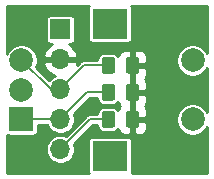
<source format=gtl>
G04 #@! TF.GenerationSoftware,KiCad,Pcbnew,(5.1.5)-3*
G04 #@! TF.CreationDate,2020-09-13T15:21:18-04:00*
G04 #@! TF.ProjectId,RotaryEnc,526f7461-7279-4456-9e63-2e6b69636164,X1*
G04 #@! TF.SameCoordinates,Original*
G04 #@! TF.FileFunction,Copper,L1,Top*
G04 #@! TF.FilePolarity,Positive*
%FSLAX46Y46*%
G04 Gerber Fmt 4.6, Leading zero omitted, Abs format (unit mm)*
G04 Created by KiCad (PCBNEW (5.1.5)-3) date 2020-09-13 15:21:18*
%MOMM*%
%LPD*%
G04 APERTURE LIST*
%ADD10R,1.700000X1.700000*%
%ADD11O,1.700000X1.700000*%
%ADD12C,0.150000*%
%ADD13C,2.000000*%
%ADD14R,3.000000X2.500000*%
%ADD15R,2.000000X2.000000*%
%ADD16C,0.203200*%
%ADD17C,0.254000*%
G04 APERTURE END LIST*
D10*
X19558000Y-16764000D03*
D11*
X19558000Y-19304000D03*
X19558000Y-21844000D03*
X19558000Y-24384000D03*
X19558000Y-26924000D03*
G04 #@! TA.AperFunction,SMDPad,CuDef*
D12*
G36*
X26012505Y-23685204D02*
G01*
X26036773Y-23688804D01*
X26060572Y-23694765D01*
X26083671Y-23703030D01*
X26105850Y-23713520D01*
X26126893Y-23726132D01*
X26146599Y-23740747D01*
X26164777Y-23757223D01*
X26181253Y-23775401D01*
X26195868Y-23795107D01*
X26208480Y-23816150D01*
X26218970Y-23838329D01*
X26227235Y-23861428D01*
X26233196Y-23885227D01*
X26236796Y-23909495D01*
X26238000Y-23933999D01*
X26238000Y-24834001D01*
X26236796Y-24858505D01*
X26233196Y-24882773D01*
X26227235Y-24906572D01*
X26218970Y-24929671D01*
X26208480Y-24951850D01*
X26195868Y-24972893D01*
X26181253Y-24992599D01*
X26164777Y-25010777D01*
X26146599Y-25027253D01*
X26126893Y-25041868D01*
X26105850Y-25054480D01*
X26083671Y-25064970D01*
X26060572Y-25073235D01*
X26036773Y-25079196D01*
X26012505Y-25082796D01*
X25988001Y-25084000D01*
X25337999Y-25084000D01*
X25313495Y-25082796D01*
X25289227Y-25079196D01*
X25265428Y-25073235D01*
X25242329Y-25064970D01*
X25220150Y-25054480D01*
X25199107Y-25041868D01*
X25179401Y-25027253D01*
X25161223Y-25010777D01*
X25144747Y-24992599D01*
X25130132Y-24972893D01*
X25117520Y-24951850D01*
X25107030Y-24929671D01*
X25098765Y-24906572D01*
X25092804Y-24882773D01*
X25089204Y-24858505D01*
X25088000Y-24834001D01*
X25088000Y-23933999D01*
X25089204Y-23909495D01*
X25092804Y-23885227D01*
X25098765Y-23861428D01*
X25107030Y-23838329D01*
X25117520Y-23816150D01*
X25130132Y-23795107D01*
X25144747Y-23775401D01*
X25161223Y-23757223D01*
X25179401Y-23740747D01*
X25199107Y-23726132D01*
X25220150Y-23713520D01*
X25242329Y-23703030D01*
X25265428Y-23694765D01*
X25289227Y-23688804D01*
X25313495Y-23685204D01*
X25337999Y-23684000D01*
X25988001Y-23684000D01*
X26012505Y-23685204D01*
G37*
G04 #@! TD.AperFunction*
G04 #@! TA.AperFunction,SMDPad,CuDef*
G36*
X23962505Y-23685204D02*
G01*
X23986773Y-23688804D01*
X24010572Y-23694765D01*
X24033671Y-23703030D01*
X24055850Y-23713520D01*
X24076893Y-23726132D01*
X24096599Y-23740747D01*
X24114777Y-23757223D01*
X24131253Y-23775401D01*
X24145868Y-23795107D01*
X24158480Y-23816150D01*
X24168970Y-23838329D01*
X24177235Y-23861428D01*
X24183196Y-23885227D01*
X24186796Y-23909495D01*
X24188000Y-23933999D01*
X24188000Y-24834001D01*
X24186796Y-24858505D01*
X24183196Y-24882773D01*
X24177235Y-24906572D01*
X24168970Y-24929671D01*
X24158480Y-24951850D01*
X24145868Y-24972893D01*
X24131253Y-24992599D01*
X24114777Y-25010777D01*
X24096599Y-25027253D01*
X24076893Y-25041868D01*
X24055850Y-25054480D01*
X24033671Y-25064970D01*
X24010572Y-25073235D01*
X23986773Y-25079196D01*
X23962505Y-25082796D01*
X23938001Y-25084000D01*
X23287999Y-25084000D01*
X23263495Y-25082796D01*
X23239227Y-25079196D01*
X23215428Y-25073235D01*
X23192329Y-25064970D01*
X23170150Y-25054480D01*
X23149107Y-25041868D01*
X23129401Y-25027253D01*
X23111223Y-25010777D01*
X23094747Y-24992599D01*
X23080132Y-24972893D01*
X23067520Y-24951850D01*
X23057030Y-24929671D01*
X23048765Y-24906572D01*
X23042804Y-24882773D01*
X23039204Y-24858505D01*
X23038000Y-24834001D01*
X23038000Y-23933999D01*
X23039204Y-23909495D01*
X23042804Y-23885227D01*
X23048765Y-23861428D01*
X23057030Y-23838329D01*
X23067520Y-23816150D01*
X23080132Y-23795107D01*
X23094747Y-23775401D01*
X23111223Y-23757223D01*
X23129401Y-23740747D01*
X23149107Y-23726132D01*
X23170150Y-23713520D01*
X23192329Y-23703030D01*
X23215428Y-23694765D01*
X23239227Y-23688804D01*
X23263495Y-23685204D01*
X23287999Y-23684000D01*
X23938001Y-23684000D01*
X23962505Y-23685204D01*
G37*
G04 #@! TD.AperFunction*
G04 #@! TA.AperFunction,SMDPad,CuDef*
G36*
X26012505Y-19113204D02*
G01*
X26036773Y-19116804D01*
X26060572Y-19122765D01*
X26083671Y-19131030D01*
X26105850Y-19141520D01*
X26126893Y-19154132D01*
X26146599Y-19168747D01*
X26164777Y-19185223D01*
X26181253Y-19203401D01*
X26195868Y-19223107D01*
X26208480Y-19244150D01*
X26218970Y-19266329D01*
X26227235Y-19289428D01*
X26233196Y-19313227D01*
X26236796Y-19337495D01*
X26238000Y-19361999D01*
X26238000Y-20262001D01*
X26236796Y-20286505D01*
X26233196Y-20310773D01*
X26227235Y-20334572D01*
X26218970Y-20357671D01*
X26208480Y-20379850D01*
X26195868Y-20400893D01*
X26181253Y-20420599D01*
X26164777Y-20438777D01*
X26146599Y-20455253D01*
X26126893Y-20469868D01*
X26105850Y-20482480D01*
X26083671Y-20492970D01*
X26060572Y-20501235D01*
X26036773Y-20507196D01*
X26012505Y-20510796D01*
X25988001Y-20512000D01*
X25337999Y-20512000D01*
X25313495Y-20510796D01*
X25289227Y-20507196D01*
X25265428Y-20501235D01*
X25242329Y-20492970D01*
X25220150Y-20482480D01*
X25199107Y-20469868D01*
X25179401Y-20455253D01*
X25161223Y-20438777D01*
X25144747Y-20420599D01*
X25130132Y-20400893D01*
X25117520Y-20379850D01*
X25107030Y-20357671D01*
X25098765Y-20334572D01*
X25092804Y-20310773D01*
X25089204Y-20286505D01*
X25088000Y-20262001D01*
X25088000Y-19361999D01*
X25089204Y-19337495D01*
X25092804Y-19313227D01*
X25098765Y-19289428D01*
X25107030Y-19266329D01*
X25117520Y-19244150D01*
X25130132Y-19223107D01*
X25144747Y-19203401D01*
X25161223Y-19185223D01*
X25179401Y-19168747D01*
X25199107Y-19154132D01*
X25220150Y-19141520D01*
X25242329Y-19131030D01*
X25265428Y-19122765D01*
X25289227Y-19116804D01*
X25313495Y-19113204D01*
X25337999Y-19112000D01*
X25988001Y-19112000D01*
X26012505Y-19113204D01*
G37*
G04 #@! TD.AperFunction*
G04 #@! TA.AperFunction,SMDPad,CuDef*
G36*
X23962505Y-19113204D02*
G01*
X23986773Y-19116804D01*
X24010572Y-19122765D01*
X24033671Y-19131030D01*
X24055850Y-19141520D01*
X24076893Y-19154132D01*
X24096599Y-19168747D01*
X24114777Y-19185223D01*
X24131253Y-19203401D01*
X24145868Y-19223107D01*
X24158480Y-19244150D01*
X24168970Y-19266329D01*
X24177235Y-19289428D01*
X24183196Y-19313227D01*
X24186796Y-19337495D01*
X24188000Y-19361999D01*
X24188000Y-20262001D01*
X24186796Y-20286505D01*
X24183196Y-20310773D01*
X24177235Y-20334572D01*
X24168970Y-20357671D01*
X24158480Y-20379850D01*
X24145868Y-20400893D01*
X24131253Y-20420599D01*
X24114777Y-20438777D01*
X24096599Y-20455253D01*
X24076893Y-20469868D01*
X24055850Y-20482480D01*
X24033671Y-20492970D01*
X24010572Y-20501235D01*
X23986773Y-20507196D01*
X23962505Y-20510796D01*
X23938001Y-20512000D01*
X23287999Y-20512000D01*
X23263495Y-20510796D01*
X23239227Y-20507196D01*
X23215428Y-20501235D01*
X23192329Y-20492970D01*
X23170150Y-20482480D01*
X23149107Y-20469868D01*
X23129401Y-20455253D01*
X23111223Y-20438777D01*
X23094747Y-20420599D01*
X23080132Y-20400893D01*
X23067520Y-20379850D01*
X23057030Y-20357671D01*
X23048765Y-20334572D01*
X23042804Y-20310773D01*
X23039204Y-20286505D01*
X23038000Y-20262001D01*
X23038000Y-19361999D01*
X23039204Y-19337495D01*
X23042804Y-19313227D01*
X23048765Y-19289428D01*
X23057030Y-19266329D01*
X23067520Y-19244150D01*
X23080132Y-19223107D01*
X23094747Y-19203401D01*
X23111223Y-19185223D01*
X23129401Y-19168747D01*
X23149107Y-19154132D01*
X23170150Y-19141520D01*
X23192329Y-19131030D01*
X23215428Y-19122765D01*
X23239227Y-19116804D01*
X23263495Y-19113204D01*
X23287999Y-19112000D01*
X23938001Y-19112000D01*
X23962505Y-19113204D01*
G37*
G04 #@! TD.AperFunction*
G04 #@! TA.AperFunction,SMDPad,CuDef*
G36*
X23962505Y-21399204D02*
G01*
X23986773Y-21402804D01*
X24010572Y-21408765D01*
X24033671Y-21417030D01*
X24055850Y-21427520D01*
X24076893Y-21440132D01*
X24096599Y-21454747D01*
X24114777Y-21471223D01*
X24131253Y-21489401D01*
X24145868Y-21509107D01*
X24158480Y-21530150D01*
X24168970Y-21552329D01*
X24177235Y-21575428D01*
X24183196Y-21599227D01*
X24186796Y-21623495D01*
X24188000Y-21647999D01*
X24188000Y-22548001D01*
X24186796Y-22572505D01*
X24183196Y-22596773D01*
X24177235Y-22620572D01*
X24168970Y-22643671D01*
X24158480Y-22665850D01*
X24145868Y-22686893D01*
X24131253Y-22706599D01*
X24114777Y-22724777D01*
X24096599Y-22741253D01*
X24076893Y-22755868D01*
X24055850Y-22768480D01*
X24033671Y-22778970D01*
X24010572Y-22787235D01*
X23986773Y-22793196D01*
X23962505Y-22796796D01*
X23938001Y-22798000D01*
X23287999Y-22798000D01*
X23263495Y-22796796D01*
X23239227Y-22793196D01*
X23215428Y-22787235D01*
X23192329Y-22778970D01*
X23170150Y-22768480D01*
X23149107Y-22755868D01*
X23129401Y-22741253D01*
X23111223Y-22724777D01*
X23094747Y-22706599D01*
X23080132Y-22686893D01*
X23067520Y-22665850D01*
X23057030Y-22643671D01*
X23048765Y-22620572D01*
X23042804Y-22596773D01*
X23039204Y-22572505D01*
X23038000Y-22548001D01*
X23038000Y-21647999D01*
X23039204Y-21623495D01*
X23042804Y-21599227D01*
X23048765Y-21575428D01*
X23057030Y-21552329D01*
X23067520Y-21530150D01*
X23080132Y-21509107D01*
X23094747Y-21489401D01*
X23111223Y-21471223D01*
X23129401Y-21454747D01*
X23149107Y-21440132D01*
X23170150Y-21427520D01*
X23192329Y-21417030D01*
X23215428Y-21408765D01*
X23239227Y-21402804D01*
X23263495Y-21399204D01*
X23287999Y-21398000D01*
X23938001Y-21398000D01*
X23962505Y-21399204D01*
G37*
G04 #@! TD.AperFunction*
G04 #@! TA.AperFunction,SMDPad,CuDef*
G36*
X26012505Y-21399204D02*
G01*
X26036773Y-21402804D01*
X26060572Y-21408765D01*
X26083671Y-21417030D01*
X26105850Y-21427520D01*
X26126893Y-21440132D01*
X26146599Y-21454747D01*
X26164777Y-21471223D01*
X26181253Y-21489401D01*
X26195868Y-21509107D01*
X26208480Y-21530150D01*
X26218970Y-21552329D01*
X26227235Y-21575428D01*
X26233196Y-21599227D01*
X26236796Y-21623495D01*
X26238000Y-21647999D01*
X26238000Y-22548001D01*
X26236796Y-22572505D01*
X26233196Y-22596773D01*
X26227235Y-22620572D01*
X26218970Y-22643671D01*
X26208480Y-22665850D01*
X26195868Y-22686893D01*
X26181253Y-22706599D01*
X26164777Y-22724777D01*
X26146599Y-22741253D01*
X26126893Y-22755868D01*
X26105850Y-22768480D01*
X26083671Y-22778970D01*
X26060572Y-22787235D01*
X26036773Y-22793196D01*
X26012505Y-22796796D01*
X25988001Y-22798000D01*
X25337999Y-22798000D01*
X25313495Y-22796796D01*
X25289227Y-22793196D01*
X25265428Y-22787235D01*
X25242329Y-22778970D01*
X25220150Y-22768480D01*
X25199107Y-22755868D01*
X25179401Y-22741253D01*
X25161223Y-22724777D01*
X25144747Y-22706599D01*
X25130132Y-22686893D01*
X25117520Y-22665850D01*
X25107030Y-22643671D01*
X25098765Y-22620572D01*
X25092804Y-22596773D01*
X25089204Y-22572505D01*
X25088000Y-22548001D01*
X25088000Y-21647999D01*
X25089204Y-21623495D01*
X25092804Y-21599227D01*
X25098765Y-21575428D01*
X25107030Y-21552329D01*
X25117520Y-21530150D01*
X25130132Y-21509107D01*
X25144747Y-21489401D01*
X25161223Y-21471223D01*
X25179401Y-21454747D01*
X25199107Y-21440132D01*
X25220150Y-21427520D01*
X25242329Y-21417030D01*
X25265428Y-21408765D01*
X25289227Y-21402804D01*
X25313495Y-21399204D01*
X25337999Y-21398000D01*
X25988001Y-21398000D01*
X26012505Y-21399204D01*
G37*
G04 #@! TD.AperFunction*
D13*
X30756000Y-19384000D03*
X30756000Y-24384000D03*
D14*
X23756000Y-16284000D03*
X23756000Y-27484000D03*
D13*
X16256000Y-19384000D03*
X16256000Y-21884000D03*
D15*
X16256000Y-24384000D03*
D16*
X18716000Y-21844000D02*
X19558000Y-21844000D01*
X16256000Y-19384000D02*
X18716000Y-21844000D01*
X21590000Y-19812000D02*
X19558000Y-21844000D01*
X23613000Y-19812000D02*
X21590000Y-19812000D01*
X21844000Y-22098000D02*
X19558000Y-24384000D01*
X23613000Y-22098000D02*
X21844000Y-22098000D01*
X17459200Y-24384000D02*
X19558000Y-24384000D01*
X16256000Y-24384000D02*
X17459200Y-24384000D01*
X22098000Y-24384000D02*
X19558000Y-26924000D01*
X23613000Y-24384000D02*
X22098000Y-24384000D01*
D17*
G36*
X21985289Y-14763289D02*
G01*
X21937678Y-14821304D01*
X21902299Y-14887492D01*
X21880513Y-14959311D01*
X21873157Y-15034000D01*
X21873157Y-17534000D01*
X21880513Y-17608689D01*
X21902299Y-17680508D01*
X21937678Y-17746696D01*
X21985289Y-17804711D01*
X22043304Y-17852322D01*
X22109492Y-17887701D01*
X22181311Y-17909487D01*
X22256000Y-17916843D01*
X25256000Y-17916843D01*
X25330689Y-17909487D01*
X25402508Y-17887701D01*
X25468696Y-17852322D01*
X25526711Y-17804711D01*
X25574322Y-17746696D01*
X25609701Y-17680508D01*
X25631487Y-17608689D01*
X25638843Y-17534000D01*
X25638843Y-15034000D01*
X25631487Y-14959311D01*
X25609701Y-14887492D01*
X25574322Y-14821304D01*
X25526711Y-14763289D01*
X25504060Y-14744700D01*
X31991300Y-14744700D01*
X31991300Y-18757552D01*
X31979826Y-18729851D01*
X31828693Y-18503664D01*
X31636336Y-18311307D01*
X31410149Y-18160174D01*
X31158823Y-18056071D01*
X30892017Y-18003000D01*
X30619983Y-18003000D01*
X30353177Y-18056071D01*
X30101851Y-18160174D01*
X29875664Y-18311307D01*
X29683307Y-18503664D01*
X29532174Y-18729851D01*
X29428071Y-18981177D01*
X29375000Y-19247983D01*
X29375000Y-19520017D01*
X29428071Y-19786823D01*
X29532174Y-20038149D01*
X29683307Y-20264336D01*
X29875664Y-20456693D01*
X30101851Y-20607826D01*
X30353177Y-20711929D01*
X30619983Y-20765000D01*
X30892017Y-20765000D01*
X31158823Y-20711929D01*
X31410149Y-20607826D01*
X31636336Y-20456693D01*
X31828693Y-20264336D01*
X31979826Y-20038149D01*
X31991300Y-20010447D01*
X31991301Y-23757553D01*
X31979826Y-23729851D01*
X31828693Y-23503664D01*
X31636336Y-23311307D01*
X31410149Y-23160174D01*
X31158823Y-23056071D01*
X30892017Y-23003000D01*
X30619983Y-23003000D01*
X30353177Y-23056071D01*
X30101851Y-23160174D01*
X29875664Y-23311307D01*
X29683307Y-23503664D01*
X29532174Y-23729851D01*
X29428071Y-23981177D01*
X29375000Y-24247983D01*
X29375000Y-24520017D01*
X29428071Y-24786823D01*
X29532174Y-25038149D01*
X29683307Y-25264336D01*
X29875664Y-25456693D01*
X30101851Y-25607826D01*
X30353177Y-25711929D01*
X30619983Y-25765000D01*
X30892017Y-25765000D01*
X31158823Y-25711929D01*
X31410149Y-25607826D01*
X31636336Y-25456693D01*
X31828693Y-25264336D01*
X31979826Y-25038149D01*
X31991301Y-25010447D01*
X31991301Y-28943300D01*
X25576137Y-28943300D01*
X25609701Y-28880508D01*
X25631487Y-28808689D01*
X25638843Y-28734000D01*
X25638843Y-26234000D01*
X25631487Y-26159311D01*
X25609701Y-26087492D01*
X25574322Y-26021304D01*
X25526711Y-25963289D01*
X25468696Y-25915678D01*
X25402508Y-25880299D01*
X25330689Y-25858513D01*
X25256000Y-25851157D01*
X22256000Y-25851157D01*
X22181311Y-25858513D01*
X22109492Y-25880299D01*
X22043304Y-25915678D01*
X21985289Y-25963289D01*
X21937678Y-26021304D01*
X21902299Y-26087492D01*
X21880513Y-26159311D01*
X21873157Y-26234000D01*
X21873157Y-28734000D01*
X21880513Y-28808689D01*
X21902299Y-28880508D01*
X21935863Y-28943300D01*
X14998700Y-28943300D01*
X14998700Y-25665717D01*
X15043304Y-25702322D01*
X15109492Y-25737701D01*
X15181311Y-25759487D01*
X15256000Y-25766843D01*
X17256000Y-25766843D01*
X17330689Y-25759487D01*
X17402508Y-25737701D01*
X17468696Y-25702322D01*
X17526711Y-25654711D01*
X17574322Y-25596696D01*
X17609701Y-25530508D01*
X17631487Y-25458689D01*
X17638843Y-25384000D01*
X17638843Y-24866600D01*
X18425475Y-24866600D01*
X18467102Y-24967097D01*
X18601820Y-25168717D01*
X18773283Y-25340180D01*
X18974903Y-25474898D01*
X19198931Y-25567693D01*
X19436757Y-25615000D01*
X19679243Y-25615000D01*
X19917069Y-25567693D01*
X20141097Y-25474898D01*
X20342717Y-25340180D01*
X20514180Y-25168717D01*
X20648898Y-24967097D01*
X20741693Y-24743069D01*
X20789000Y-24505243D01*
X20789000Y-24262757D01*
X20741693Y-24024931D01*
X20700066Y-23924433D01*
X22043899Y-22580600D01*
X22658368Y-22580600D01*
X22667317Y-22671462D01*
X22703329Y-22790179D01*
X22761810Y-22899589D01*
X22840512Y-22995488D01*
X22936411Y-23074190D01*
X23045821Y-23132671D01*
X23164538Y-23168683D01*
X23287999Y-23180843D01*
X23938001Y-23180843D01*
X24061462Y-23168683D01*
X24180179Y-23132671D01*
X24289589Y-23074190D01*
X24385488Y-22995488D01*
X24460389Y-22904220D01*
X24462188Y-22922482D01*
X24498498Y-23042180D01*
X24557463Y-23152494D01*
X24630098Y-23241000D01*
X24557463Y-23329506D01*
X24498498Y-23439820D01*
X24462188Y-23559518D01*
X24460389Y-23577780D01*
X24385488Y-23486512D01*
X24289589Y-23407810D01*
X24180179Y-23349329D01*
X24061462Y-23313317D01*
X23938001Y-23301157D01*
X23287999Y-23301157D01*
X23164538Y-23313317D01*
X23045821Y-23349329D01*
X22936411Y-23407810D01*
X22840512Y-23486512D01*
X22761810Y-23582411D01*
X22703329Y-23691821D01*
X22667317Y-23810538D01*
X22658368Y-23901400D01*
X22121696Y-23901400D01*
X22097999Y-23899066D01*
X22074302Y-23901400D01*
X22074293Y-23901400D01*
X22003394Y-23908383D01*
X21912423Y-23935978D01*
X21828585Y-23980791D01*
X21755099Y-24041099D01*
X21739983Y-24059518D01*
X20017567Y-25781934D01*
X19917069Y-25740307D01*
X19679243Y-25693000D01*
X19436757Y-25693000D01*
X19198931Y-25740307D01*
X18974903Y-25833102D01*
X18773283Y-25967820D01*
X18601820Y-26139283D01*
X18467102Y-26340903D01*
X18374307Y-26564931D01*
X18327000Y-26802757D01*
X18327000Y-27045243D01*
X18374307Y-27283069D01*
X18467102Y-27507097D01*
X18601820Y-27708717D01*
X18773283Y-27880180D01*
X18974903Y-28014898D01*
X19198931Y-28107693D01*
X19436757Y-28155000D01*
X19679243Y-28155000D01*
X19917069Y-28107693D01*
X20141097Y-28014898D01*
X20342717Y-27880180D01*
X20514180Y-27708717D01*
X20648898Y-27507097D01*
X20741693Y-27283069D01*
X20789000Y-27045243D01*
X20789000Y-26802757D01*
X20741693Y-26564931D01*
X20700066Y-26464433D01*
X22297899Y-24866600D01*
X22658368Y-24866600D01*
X22667317Y-24957462D01*
X22703329Y-25076179D01*
X22761810Y-25185589D01*
X22840512Y-25281488D01*
X22936411Y-25360190D01*
X23045821Y-25418671D01*
X23164538Y-25454683D01*
X23287999Y-25466843D01*
X23938001Y-25466843D01*
X24061462Y-25454683D01*
X24180179Y-25418671D01*
X24289589Y-25360190D01*
X24385488Y-25281488D01*
X24460389Y-25190220D01*
X24462188Y-25208482D01*
X24498498Y-25328180D01*
X24557463Y-25438494D01*
X24636815Y-25535185D01*
X24733506Y-25614537D01*
X24843820Y-25673502D01*
X24963518Y-25709812D01*
X25088000Y-25722072D01*
X25377250Y-25719000D01*
X25536000Y-25560250D01*
X25536000Y-24511000D01*
X25790000Y-24511000D01*
X25790000Y-25560250D01*
X25948750Y-25719000D01*
X26238000Y-25722072D01*
X26362482Y-25709812D01*
X26482180Y-25673502D01*
X26592494Y-25614537D01*
X26689185Y-25535185D01*
X26768537Y-25438494D01*
X26827502Y-25328180D01*
X26863812Y-25208482D01*
X26876072Y-25084000D01*
X26873000Y-24669750D01*
X26714250Y-24511000D01*
X25790000Y-24511000D01*
X25536000Y-24511000D01*
X25516000Y-24511000D01*
X25516000Y-24257000D01*
X25536000Y-24257000D01*
X25536000Y-22225000D01*
X25790000Y-22225000D01*
X25790000Y-24257000D01*
X26714250Y-24257000D01*
X26873000Y-24098250D01*
X26876072Y-23684000D01*
X26863812Y-23559518D01*
X26827502Y-23439820D01*
X26768537Y-23329506D01*
X26695902Y-23241000D01*
X26768537Y-23152494D01*
X26827502Y-23042180D01*
X26863812Y-22922482D01*
X26876072Y-22798000D01*
X26873000Y-22383750D01*
X26714250Y-22225000D01*
X25790000Y-22225000D01*
X25536000Y-22225000D01*
X25516000Y-22225000D01*
X25516000Y-21971000D01*
X25536000Y-21971000D01*
X25536000Y-19939000D01*
X25790000Y-19939000D01*
X25790000Y-21971000D01*
X26714250Y-21971000D01*
X26873000Y-21812250D01*
X26876072Y-21398000D01*
X26863812Y-21273518D01*
X26827502Y-21153820D01*
X26768537Y-21043506D01*
X26695902Y-20955000D01*
X26768537Y-20866494D01*
X26827502Y-20756180D01*
X26863812Y-20636482D01*
X26876072Y-20512000D01*
X26873000Y-20097750D01*
X26714250Y-19939000D01*
X25790000Y-19939000D01*
X25536000Y-19939000D01*
X25516000Y-19939000D01*
X25516000Y-19685000D01*
X25536000Y-19685000D01*
X25536000Y-18635750D01*
X25790000Y-18635750D01*
X25790000Y-19685000D01*
X26714250Y-19685000D01*
X26873000Y-19526250D01*
X26876072Y-19112000D01*
X26863812Y-18987518D01*
X26827502Y-18867820D01*
X26768537Y-18757506D01*
X26689185Y-18660815D01*
X26592494Y-18581463D01*
X26482180Y-18522498D01*
X26362482Y-18486188D01*
X26238000Y-18473928D01*
X25948750Y-18477000D01*
X25790000Y-18635750D01*
X25536000Y-18635750D01*
X25377250Y-18477000D01*
X25088000Y-18473928D01*
X24963518Y-18486188D01*
X24843820Y-18522498D01*
X24733506Y-18581463D01*
X24636815Y-18660815D01*
X24557463Y-18757506D01*
X24498498Y-18867820D01*
X24462188Y-18987518D01*
X24460389Y-19005780D01*
X24385488Y-18914512D01*
X24289589Y-18835810D01*
X24180179Y-18777329D01*
X24061462Y-18741317D01*
X23938001Y-18729157D01*
X23287999Y-18729157D01*
X23164538Y-18741317D01*
X23045821Y-18777329D01*
X22936411Y-18835810D01*
X22840512Y-18914512D01*
X22761810Y-19010411D01*
X22703329Y-19119821D01*
X22667317Y-19238538D01*
X22658368Y-19329400D01*
X21613707Y-19329400D01*
X21590000Y-19327065D01*
X21495393Y-19336383D01*
X21410947Y-19361999D01*
X21404423Y-19363978D01*
X21320585Y-19408791D01*
X21247099Y-19469099D01*
X21231988Y-19487512D01*
X20973731Y-19745770D01*
X20999476Y-19660890D01*
X20878155Y-19431000D01*
X19685000Y-19431000D01*
X19685000Y-19451000D01*
X19431000Y-19451000D01*
X19431000Y-19431000D01*
X18237845Y-19431000D01*
X18116524Y-19660890D01*
X18161175Y-19808099D01*
X18286359Y-20070920D01*
X18460412Y-20304269D01*
X18676645Y-20499178D01*
X18926748Y-20648157D01*
X19089168Y-20705772D01*
X18974903Y-20753102D01*
X18773283Y-20887820D01*
X18607801Y-21053302D01*
X17512871Y-19958372D01*
X17583929Y-19786823D01*
X17637000Y-19520017D01*
X17637000Y-19247983D01*
X17583929Y-18981177D01*
X17569818Y-18947110D01*
X18116524Y-18947110D01*
X18237845Y-19177000D01*
X19431000Y-19177000D01*
X19431000Y-19157000D01*
X19685000Y-19157000D01*
X19685000Y-19177000D01*
X20878155Y-19177000D01*
X20999476Y-18947110D01*
X20954825Y-18799901D01*
X20829641Y-18537080D01*
X20655588Y-18303731D01*
X20439355Y-18108822D01*
X20251367Y-17996843D01*
X20408000Y-17996843D01*
X20482689Y-17989487D01*
X20554508Y-17967701D01*
X20620696Y-17932322D01*
X20678711Y-17884711D01*
X20726322Y-17826696D01*
X20761701Y-17760508D01*
X20783487Y-17688689D01*
X20790843Y-17614000D01*
X20790843Y-15914000D01*
X20783487Y-15839311D01*
X20761701Y-15767492D01*
X20726322Y-15701304D01*
X20678711Y-15643289D01*
X20620696Y-15595678D01*
X20554508Y-15560299D01*
X20482689Y-15538513D01*
X20408000Y-15531157D01*
X18708000Y-15531157D01*
X18633311Y-15538513D01*
X18561492Y-15560299D01*
X18495304Y-15595678D01*
X18437289Y-15643289D01*
X18389678Y-15701304D01*
X18354299Y-15767492D01*
X18332513Y-15839311D01*
X18325157Y-15914000D01*
X18325157Y-17614000D01*
X18332513Y-17688689D01*
X18354299Y-17760508D01*
X18389678Y-17826696D01*
X18437289Y-17884711D01*
X18495304Y-17932322D01*
X18561492Y-17967701D01*
X18633311Y-17989487D01*
X18708000Y-17996843D01*
X18864633Y-17996843D01*
X18676645Y-18108822D01*
X18460412Y-18303731D01*
X18286359Y-18537080D01*
X18161175Y-18799901D01*
X18116524Y-18947110D01*
X17569818Y-18947110D01*
X17479826Y-18729851D01*
X17328693Y-18503664D01*
X17136336Y-18311307D01*
X16910149Y-18160174D01*
X16658823Y-18056071D01*
X16392017Y-18003000D01*
X16119983Y-18003000D01*
X15853177Y-18056071D01*
X15601851Y-18160174D01*
X15375664Y-18311307D01*
X15183307Y-18503664D01*
X15032174Y-18729851D01*
X14998700Y-18810664D01*
X14998700Y-14744700D01*
X22007940Y-14744700D01*
X21985289Y-14763289D01*
G37*
X21985289Y-14763289D02*
X21937678Y-14821304D01*
X21902299Y-14887492D01*
X21880513Y-14959311D01*
X21873157Y-15034000D01*
X21873157Y-17534000D01*
X21880513Y-17608689D01*
X21902299Y-17680508D01*
X21937678Y-17746696D01*
X21985289Y-17804711D01*
X22043304Y-17852322D01*
X22109492Y-17887701D01*
X22181311Y-17909487D01*
X22256000Y-17916843D01*
X25256000Y-17916843D01*
X25330689Y-17909487D01*
X25402508Y-17887701D01*
X25468696Y-17852322D01*
X25526711Y-17804711D01*
X25574322Y-17746696D01*
X25609701Y-17680508D01*
X25631487Y-17608689D01*
X25638843Y-17534000D01*
X25638843Y-15034000D01*
X25631487Y-14959311D01*
X25609701Y-14887492D01*
X25574322Y-14821304D01*
X25526711Y-14763289D01*
X25504060Y-14744700D01*
X31991300Y-14744700D01*
X31991300Y-18757552D01*
X31979826Y-18729851D01*
X31828693Y-18503664D01*
X31636336Y-18311307D01*
X31410149Y-18160174D01*
X31158823Y-18056071D01*
X30892017Y-18003000D01*
X30619983Y-18003000D01*
X30353177Y-18056071D01*
X30101851Y-18160174D01*
X29875664Y-18311307D01*
X29683307Y-18503664D01*
X29532174Y-18729851D01*
X29428071Y-18981177D01*
X29375000Y-19247983D01*
X29375000Y-19520017D01*
X29428071Y-19786823D01*
X29532174Y-20038149D01*
X29683307Y-20264336D01*
X29875664Y-20456693D01*
X30101851Y-20607826D01*
X30353177Y-20711929D01*
X30619983Y-20765000D01*
X30892017Y-20765000D01*
X31158823Y-20711929D01*
X31410149Y-20607826D01*
X31636336Y-20456693D01*
X31828693Y-20264336D01*
X31979826Y-20038149D01*
X31991300Y-20010447D01*
X31991301Y-23757553D01*
X31979826Y-23729851D01*
X31828693Y-23503664D01*
X31636336Y-23311307D01*
X31410149Y-23160174D01*
X31158823Y-23056071D01*
X30892017Y-23003000D01*
X30619983Y-23003000D01*
X30353177Y-23056071D01*
X30101851Y-23160174D01*
X29875664Y-23311307D01*
X29683307Y-23503664D01*
X29532174Y-23729851D01*
X29428071Y-23981177D01*
X29375000Y-24247983D01*
X29375000Y-24520017D01*
X29428071Y-24786823D01*
X29532174Y-25038149D01*
X29683307Y-25264336D01*
X29875664Y-25456693D01*
X30101851Y-25607826D01*
X30353177Y-25711929D01*
X30619983Y-25765000D01*
X30892017Y-25765000D01*
X31158823Y-25711929D01*
X31410149Y-25607826D01*
X31636336Y-25456693D01*
X31828693Y-25264336D01*
X31979826Y-25038149D01*
X31991301Y-25010447D01*
X31991301Y-28943300D01*
X25576137Y-28943300D01*
X25609701Y-28880508D01*
X25631487Y-28808689D01*
X25638843Y-28734000D01*
X25638843Y-26234000D01*
X25631487Y-26159311D01*
X25609701Y-26087492D01*
X25574322Y-26021304D01*
X25526711Y-25963289D01*
X25468696Y-25915678D01*
X25402508Y-25880299D01*
X25330689Y-25858513D01*
X25256000Y-25851157D01*
X22256000Y-25851157D01*
X22181311Y-25858513D01*
X22109492Y-25880299D01*
X22043304Y-25915678D01*
X21985289Y-25963289D01*
X21937678Y-26021304D01*
X21902299Y-26087492D01*
X21880513Y-26159311D01*
X21873157Y-26234000D01*
X21873157Y-28734000D01*
X21880513Y-28808689D01*
X21902299Y-28880508D01*
X21935863Y-28943300D01*
X14998700Y-28943300D01*
X14998700Y-25665717D01*
X15043304Y-25702322D01*
X15109492Y-25737701D01*
X15181311Y-25759487D01*
X15256000Y-25766843D01*
X17256000Y-25766843D01*
X17330689Y-25759487D01*
X17402508Y-25737701D01*
X17468696Y-25702322D01*
X17526711Y-25654711D01*
X17574322Y-25596696D01*
X17609701Y-25530508D01*
X17631487Y-25458689D01*
X17638843Y-25384000D01*
X17638843Y-24866600D01*
X18425475Y-24866600D01*
X18467102Y-24967097D01*
X18601820Y-25168717D01*
X18773283Y-25340180D01*
X18974903Y-25474898D01*
X19198931Y-25567693D01*
X19436757Y-25615000D01*
X19679243Y-25615000D01*
X19917069Y-25567693D01*
X20141097Y-25474898D01*
X20342717Y-25340180D01*
X20514180Y-25168717D01*
X20648898Y-24967097D01*
X20741693Y-24743069D01*
X20789000Y-24505243D01*
X20789000Y-24262757D01*
X20741693Y-24024931D01*
X20700066Y-23924433D01*
X22043899Y-22580600D01*
X22658368Y-22580600D01*
X22667317Y-22671462D01*
X22703329Y-22790179D01*
X22761810Y-22899589D01*
X22840512Y-22995488D01*
X22936411Y-23074190D01*
X23045821Y-23132671D01*
X23164538Y-23168683D01*
X23287999Y-23180843D01*
X23938001Y-23180843D01*
X24061462Y-23168683D01*
X24180179Y-23132671D01*
X24289589Y-23074190D01*
X24385488Y-22995488D01*
X24460389Y-22904220D01*
X24462188Y-22922482D01*
X24498498Y-23042180D01*
X24557463Y-23152494D01*
X24630098Y-23241000D01*
X24557463Y-23329506D01*
X24498498Y-23439820D01*
X24462188Y-23559518D01*
X24460389Y-23577780D01*
X24385488Y-23486512D01*
X24289589Y-23407810D01*
X24180179Y-23349329D01*
X24061462Y-23313317D01*
X23938001Y-23301157D01*
X23287999Y-23301157D01*
X23164538Y-23313317D01*
X23045821Y-23349329D01*
X22936411Y-23407810D01*
X22840512Y-23486512D01*
X22761810Y-23582411D01*
X22703329Y-23691821D01*
X22667317Y-23810538D01*
X22658368Y-23901400D01*
X22121696Y-23901400D01*
X22097999Y-23899066D01*
X22074302Y-23901400D01*
X22074293Y-23901400D01*
X22003394Y-23908383D01*
X21912423Y-23935978D01*
X21828585Y-23980791D01*
X21755099Y-24041099D01*
X21739983Y-24059518D01*
X20017567Y-25781934D01*
X19917069Y-25740307D01*
X19679243Y-25693000D01*
X19436757Y-25693000D01*
X19198931Y-25740307D01*
X18974903Y-25833102D01*
X18773283Y-25967820D01*
X18601820Y-26139283D01*
X18467102Y-26340903D01*
X18374307Y-26564931D01*
X18327000Y-26802757D01*
X18327000Y-27045243D01*
X18374307Y-27283069D01*
X18467102Y-27507097D01*
X18601820Y-27708717D01*
X18773283Y-27880180D01*
X18974903Y-28014898D01*
X19198931Y-28107693D01*
X19436757Y-28155000D01*
X19679243Y-28155000D01*
X19917069Y-28107693D01*
X20141097Y-28014898D01*
X20342717Y-27880180D01*
X20514180Y-27708717D01*
X20648898Y-27507097D01*
X20741693Y-27283069D01*
X20789000Y-27045243D01*
X20789000Y-26802757D01*
X20741693Y-26564931D01*
X20700066Y-26464433D01*
X22297899Y-24866600D01*
X22658368Y-24866600D01*
X22667317Y-24957462D01*
X22703329Y-25076179D01*
X22761810Y-25185589D01*
X22840512Y-25281488D01*
X22936411Y-25360190D01*
X23045821Y-25418671D01*
X23164538Y-25454683D01*
X23287999Y-25466843D01*
X23938001Y-25466843D01*
X24061462Y-25454683D01*
X24180179Y-25418671D01*
X24289589Y-25360190D01*
X24385488Y-25281488D01*
X24460389Y-25190220D01*
X24462188Y-25208482D01*
X24498498Y-25328180D01*
X24557463Y-25438494D01*
X24636815Y-25535185D01*
X24733506Y-25614537D01*
X24843820Y-25673502D01*
X24963518Y-25709812D01*
X25088000Y-25722072D01*
X25377250Y-25719000D01*
X25536000Y-25560250D01*
X25536000Y-24511000D01*
X25790000Y-24511000D01*
X25790000Y-25560250D01*
X25948750Y-25719000D01*
X26238000Y-25722072D01*
X26362482Y-25709812D01*
X26482180Y-25673502D01*
X26592494Y-25614537D01*
X26689185Y-25535185D01*
X26768537Y-25438494D01*
X26827502Y-25328180D01*
X26863812Y-25208482D01*
X26876072Y-25084000D01*
X26873000Y-24669750D01*
X26714250Y-24511000D01*
X25790000Y-24511000D01*
X25536000Y-24511000D01*
X25516000Y-24511000D01*
X25516000Y-24257000D01*
X25536000Y-24257000D01*
X25536000Y-22225000D01*
X25790000Y-22225000D01*
X25790000Y-24257000D01*
X26714250Y-24257000D01*
X26873000Y-24098250D01*
X26876072Y-23684000D01*
X26863812Y-23559518D01*
X26827502Y-23439820D01*
X26768537Y-23329506D01*
X26695902Y-23241000D01*
X26768537Y-23152494D01*
X26827502Y-23042180D01*
X26863812Y-22922482D01*
X26876072Y-22798000D01*
X26873000Y-22383750D01*
X26714250Y-22225000D01*
X25790000Y-22225000D01*
X25536000Y-22225000D01*
X25516000Y-22225000D01*
X25516000Y-21971000D01*
X25536000Y-21971000D01*
X25536000Y-19939000D01*
X25790000Y-19939000D01*
X25790000Y-21971000D01*
X26714250Y-21971000D01*
X26873000Y-21812250D01*
X26876072Y-21398000D01*
X26863812Y-21273518D01*
X26827502Y-21153820D01*
X26768537Y-21043506D01*
X26695902Y-20955000D01*
X26768537Y-20866494D01*
X26827502Y-20756180D01*
X26863812Y-20636482D01*
X26876072Y-20512000D01*
X26873000Y-20097750D01*
X26714250Y-19939000D01*
X25790000Y-19939000D01*
X25536000Y-19939000D01*
X25516000Y-19939000D01*
X25516000Y-19685000D01*
X25536000Y-19685000D01*
X25536000Y-18635750D01*
X25790000Y-18635750D01*
X25790000Y-19685000D01*
X26714250Y-19685000D01*
X26873000Y-19526250D01*
X26876072Y-19112000D01*
X26863812Y-18987518D01*
X26827502Y-18867820D01*
X26768537Y-18757506D01*
X26689185Y-18660815D01*
X26592494Y-18581463D01*
X26482180Y-18522498D01*
X26362482Y-18486188D01*
X26238000Y-18473928D01*
X25948750Y-18477000D01*
X25790000Y-18635750D01*
X25536000Y-18635750D01*
X25377250Y-18477000D01*
X25088000Y-18473928D01*
X24963518Y-18486188D01*
X24843820Y-18522498D01*
X24733506Y-18581463D01*
X24636815Y-18660815D01*
X24557463Y-18757506D01*
X24498498Y-18867820D01*
X24462188Y-18987518D01*
X24460389Y-19005780D01*
X24385488Y-18914512D01*
X24289589Y-18835810D01*
X24180179Y-18777329D01*
X24061462Y-18741317D01*
X23938001Y-18729157D01*
X23287999Y-18729157D01*
X23164538Y-18741317D01*
X23045821Y-18777329D01*
X22936411Y-18835810D01*
X22840512Y-18914512D01*
X22761810Y-19010411D01*
X22703329Y-19119821D01*
X22667317Y-19238538D01*
X22658368Y-19329400D01*
X21613707Y-19329400D01*
X21590000Y-19327065D01*
X21495393Y-19336383D01*
X21410947Y-19361999D01*
X21404423Y-19363978D01*
X21320585Y-19408791D01*
X21247099Y-19469099D01*
X21231988Y-19487512D01*
X20973731Y-19745770D01*
X20999476Y-19660890D01*
X20878155Y-19431000D01*
X19685000Y-19431000D01*
X19685000Y-19451000D01*
X19431000Y-19451000D01*
X19431000Y-19431000D01*
X18237845Y-19431000D01*
X18116524Y-19660890D01*
X18161175Y-19808099D01*
X18286359Y-20070920D01*
X18460412Y-20304269D01*
X18676645Y-20499178D01*
X18926748Y-20648157D01*
X19089168Y-20705772D01*
X18974903Y-20753102D01*
X18773283Y-20887820D01*
X18607801Y-21053302D01*
X17512871Y-19958372D01*
X17583929Y-19786823D01*
X17637000Y-19520017D01*
X17637000Y-19247983D01*
X17583929Y-18981177D01*
X17569818Y-18947110D01*
X18116524Y-18947110D01*
X18237845Y-19177000D01*
X19431000Y-19177000D01*
X19431000Y-19157000D01*
X19685000Y-19157000D01*
X19685000Y-19177000D01*
X20878155Y-19177000D01*
X20999476Y-18947110D01*
X20954825Y-18799901D01*
X20829641Y-18537080D01*
X20655588Y-18303731D01*
X20439355Y-18108822D01*
X20251367Y-17996843D01*
X20408000Y-17996843D01*
X20482689Y-17989487D01*
X20554508Y-17967701D01*
X20620696Y-17932322D01*
X20678711Y-17884711D01*
X20726322Y-17826696D01*
X20761701Y-17760508D01*
X20783487Y-17688689D01*
X20790843Y-17614000D01*
X20790843Y-15914000D01*
X20783487Y-15839311D01*
X20761701Y-15767492D01*
X20726322Y-15701304D01*
X20678711Y-15643289D01*
X20620696Y-15595678D01*
X20554508Y-15560299D01*
X20482689Y-15538513D01*
X20408000Y-15531157D01*
X18708000Y-15531157D01*
X18633311Y-15538513D01*
X18561492Y-15560299D01*
X18495304Y-15595678D01*
X18437289Y-15643289D01*
X18389678Y-15701304D01*
X18354299Y-15767492D01*
X18332513Y-15839311D01*
X18325157Y-15914000D01*
X18325157Y-17614000D01*
X18332513Y-17688689D01*
X18354299Y-17760508D01*
X18389678Y-17826696D01*
X18437289Y-17884711D01*
X18495304Y-17932322D01*
X18561492Y-17967701D01*
X18633311Y-17989487D01*
X18708000Y-17996843D01*
X18864633Y-17996843D01*
X18676645Y-18108822D01*
X18460412Y-18303731D01*
X18286359Y-18537080D01*
X18161175Y-18799901D01*
X18116524Y-18947110D01*
X17569818Y-18947110D01*
X17479826Y-18729851D01*
X17328693Y-18503664D01*
X17136336Y-18311307D01*
X16910149Y-18160174D01*
X16658823Y-18056071D01*
X16392017Y-18003000D01*
X16119983Y-18003000D01*
X15853177Y-18056071D01*
X15601851Y-18160174D01*
X15375664Y-18311307D01*
X15183307Y-18503664D01*
X15032174Y-18729851D01*
X14998700Y-18810664D01*
X14998700Y-14744700D01*
X22007940Y-14744700D01*
X21985289Y-14763289D01*
M02*

</source>
